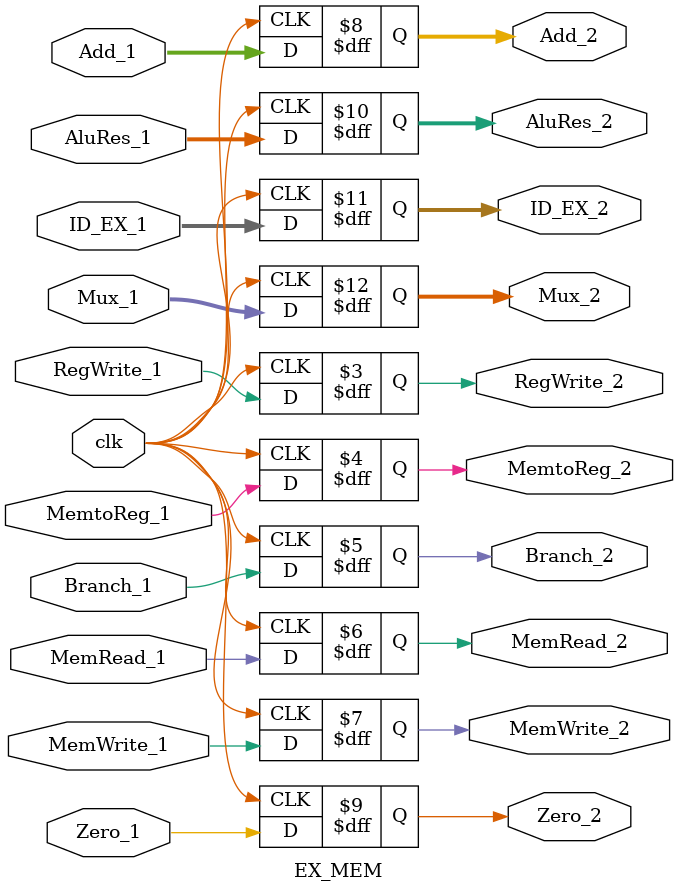
<source format=v>
module EX_MEM (input clk,
input RegWrite_1,input MemtoReg_1,           //WB icontrols
input Branch_1,input MemRead_1,input MemWrite_1,   //M controls
input [31:0] Add_1,
input Zero_1,                          
input [31:0] AluRes_1,                        
input [31:0] ID_EX_1,
input [4:0] Mux_1,

output reg RegWrite_2,output reg MemtoReg_2,           //WB icontrols
output reg Branch_2,output reg MemRead_2,output reg MemWrite_2,   //M controls
output reg [31:0] Add_2,
output reg Zero_2,                          
output reg [31:0] AluRes_2,                        
output reg [31:0] ID_EX_2,
output reg [4:0] Mux_2);

initial begin
Branch_2=0;
end

always @ (posedge clk) begin
RegWrite_2<=RegWrite_1;
MemtoReg_2<=MemtoReg_1;           
Branch_2<=Branch_1;
MemRead_2<=MemRead_1;
MemWrite_2<=MemWrite_1;  

Add_2<=Add_1;
Zero_2<=Zero_1;
AluRes_2<=AluRes_1;

ID_EX_2<=ID_EX_1;

Mux_2<=Mux_1;

end

endmodule



</source>
